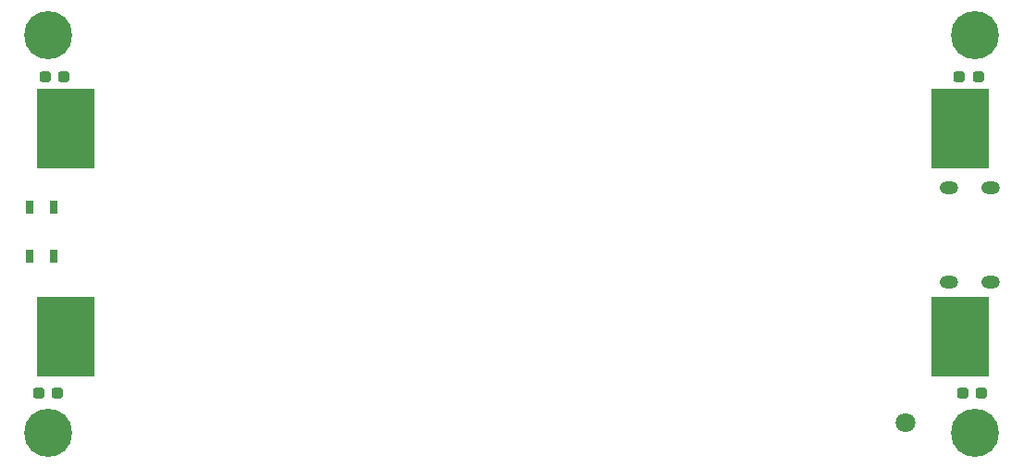
<source format=gbr>
%TF.GenerationSoftware,KiCad,Pcbnew,8.0.2*%
%TF.CreationDate,2024-07-08T12:14:41+08:00*%
%TF.ProjectId,bat_rf,6261745f-7266-42e6-9b69-6361645f7063,rev?*%
%TF.SameCoordinates,Original*%
%TF.FileFunction,Soldermask,Top*%
%TF.FilePolarity,Negative*%
%FSLAX46Y46*%
G04 Gerber Fmt 4.6, Leading zero omitted, Abs format (unit mm)*
G04 Created by KiCad (PCBNEW 8.0.2) date 2024-07-08 12:14:41*
%MOMM*%
%LPD*%
G01*
G04 APERTURE LIST*
G04 Aperture macros list*
%AMRoundRect*
0 Rectangle with rounded corners*
0 $1 Rounding radius*
0 $2 $3 $4 $5 $6 $7 $8 $9 X,Y pos of 4 corners*
0 Add a 4 corners polygon primitive as box body*
4,1,4,$2,$3,$4,$5,$6,$7,$8,$9,$2,$3,0*
0 Add four circle primitives for the rounded corners*
1,1,$1+$1,$2,$3*
1,1,$1+$1,$4,$5*
1,1,$1+$1,$6,$7*
1,1,$1+$1,$8,$9*
0 Add four rect primitives between the rounded corners*
20,1,$1+$1,$2,$3,$4,$5,0*
20,1,$1+$1,$4,$5,$6,$7,0*
20,1,$1+$1,$6,$7,$8,$9,0*
20,1,$1+$1,$8,$9,$2,$3,0*%
G04 Aperture macros list end*
%ADD10R,5.320000X7.350000*%
%ADD11C,1.800000*%
%ADD12C,4.400000*%
%ADD13RoundRect,0.237500X-0.287500X-0.237500X0.287500X-0.237500X0.287500X0.237500X-0.287500X0.237500X0*%
%ADD14RoundRect,0.237500X0.287500X0.237500X-0.287500X0.237500X-0.287500X-0.237500X0.287500X-0.237500X0*%
%ADD15R,0.700000X1.300000*%
%ADD16O,1.700000X1.200000*%
G04 APERTURE END LIST*
D10*
%TO.C,BT1*%
X68645000Y-98850000D03*
X150355000Y-98850000D03*
X150355000Y-79750000D03*
X68645000Y-79750000D03*
D11*
X145430000Y-106700000D03*
%TD*%
D12*
%TO.C,H3*%
X67025000Y-107625000D03*
%TD*%
D13*
%TO.C,D13*%
X66725000Y-75000000D03*
X68475000Y-75000000D03*
%TD*%
D14*
%TO.C,D4*%
X152375000Y-104000000D03*
X150625000Y-104000000D03*
%TD*%
D13*
%TO.C,D3*%
X66125000Y-104000000D03*
X67875000Y-104000000D03*
%TD*%
D12*
%TO.C,H4*%
X67025000Y-71225000D03*
%TD*%
%TO.C,H1*%
X151725000Y-71225000D03*
%TD*%
D14*
%TO.C,D2*%
X152075000Y-75000000D03*
X150325000Y-75000000D03*
%TD*%
D15*
%TO.C,SW1*%
X67475000Y-86950000D03*
X67475000Y-91450000D03*
X65325000Y-86950000D03*
X65325000Y-91450000D03*
%TD*%
D12*
%TO.C,H2*%
X151725000Y-107625000D03*
%TD*%
D16*
%TO.C,J1*%
X149400000Y-85160000D03*
X149400000Y-93800000D03*
X153200000Y-85160000D03*
X153200000Y-93800000D03*
%TD*%
M02*

</source>
